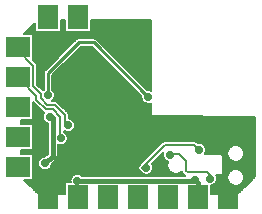
<source format=gbl>
G04 DipTrace 2.4.0.2*
%IN2dB-SBLE.gbl*%
%MOIN*%
%ADD13C,0.008*%
%ADD15C,0.015*%
%ADD16C,0.006*%
%ADD18C,0.01*%
%ADD23R,0.08X0.0669*%
%ADD24R,0.0669X0.08*%
%ADD32C,0.028*%
%ADD34C,0.028*%
%FSLAX44Y44*%
G04*
G70*
G90*
G75*
G01*
%LNBottom*%
%LPD*%
X6028Y4846D2*
D13*
Y4757D1*
X5897Y4887D1*
X5852D1*
X5242Y4277D1*
X4579D1*
X4455Y4401D1*
Y4507D1*
X4519Y4571D1*
X4714D1*
X4736Y4549D1*
X4593Y8669D2*
X5031Y9106D1*
X5438D1*
X5738Y9304D2*
Y9226D1*
X5520Y9008D1*
Y9024D1*
X5438Y9106D1*
X4709D1*
X4575Y9240D1*
X9478Y5989D2*
X10048D1*
X10812Y5226D1*
Y4951D1*
X10854Y4909D1*
X5738Y9304D2*
X6661D1*
X7414Y8550D1*
X10854Y4909D2*
Y4016D1*
X10813Y4056D1*
Y4949D1*
X10937Y3937D2*
X10854D1*
Y4909D1*
X7414Y8550D2*
X7455D1*
X7907Y8098D1*
Y9538D1*
X8219D1*
X8192Y9565D1*
D15*
Y9017D1*
X8117Y8942D1*
X9478Y5989D2*
X10855D1*
X10946Y5898D1*
Y6178D1*
X11051Y6283D1*
X10946Y5898D2*
X11463D1*
X11659Y5702D1*
Y5231D1*
X11665Y5225D1*
X6372Y5277D2*
Y5191D1*
X6028Y4846D1*
X6371Y6785D2*
X6312D1*
X5902Y7195D1*
Y7221D1*
X5592Y7530D1*
X7872Y6183D2*
X9284D1*
X9478Y5989D1*
X10332Y4547D2*
D13*
Y4651D1*
X10230Y4754D1*
X9579D1*
X9523Y4810D1*
Y5139D1*
X9284Y5378D1*
X8993D1*
Y5339D1*
X8199Y4911D2*
X8072D1*
X8824Y5663D1*
X9806D1*
X9963Y5506D1*
X4986Y6613D2*
D15*
X5019D1*
X5080Y6552D1*
Y5304D1*
X4830Y5054D1*
X4929Y7326D2*
D18*
Y8057D1*
X5957Y9086D1*
X6453D1*
X8269Y7270D1*
X5600Y6324D2*
D13*
X5496D1*
Y6659D1*
X5150Y7005D1*
X4908D1*
X4686Y7226D1*
Y7378D1*
X4439Y7625D1*
Y8312D1*
X3815Y8937D1*
X3937D1*
X5357Y5891D2*
X5342D1*
Y6609D1*
X5091Y6860D1*
X4849D1*
X4545Y7164D1*
Y7314D1*
X3922Y7937D1*
X3937D1*
X5910Y4480D2*
D15*
X9830D1*
Y4508D1*
X9937Y3937D2*
Y4400D1*
X9830Y4508D1*
D34*
X4575Y9240D3*
X5600Y6324D3*
X9478Y5989D3*
X7111Y9578D3*
X5357Y5891D3*
X7414Y8550D3*
X4929Y7326D3*
X8269Y7270D3*
X4986Y6613D3*
X4830Y5054D3*
X5592Y7530D3*
X6828Y7739D3*
X4702Y8175D3*
X4593Y8669D3*
X5438Y9106D3*
X5285Y8768D3*
X5738Y9304D3*
X4545Y4868D3*
X10854Y4909D3*
X5910Y4480D3*
X9830Y4508D3*
X8199Y4911D3*
X9963Y5506D3*
X6028Y4846D3*
X4736Y4549D3*
X5659Y8427D3*
X5902Y7195D3*
X8993Y5339D3*
X10332Y4547D3*
X4711Y5454D3*
X7677Y8270D3*
X8117Y8942D3*
X11051Y6283D3*
X11665Y5225D3*
X10946Y5898D3*
X8192Y9565D3*
X5369Y9791D2*
D16*
X5504D1*
X6370D2*
X8361D1*
X5369Y9733D2*
X5504D1*
X6370D2*
X8361D1*
X4448Y9674D2*
X4504D1*
X5369D2*
X5504D1*
X6370D2*
X8361D1*
X4390Y9616D2*
X4504D1*
X5369D2*
X5504D1*
X6370D2*
X8361D1*
X4332Y9557D2*
X4504D1*
X5369D2*
X5504D1*
X6370D2*
X8361D1*
X4273Y9498D2*
X4504D1*
X5369D2*
X5504D1*
X6370D2*
X8361D1*
X4215Y9440D2*
X8361D1*
X4156Y9381D2*
X8361D1*
X4435Y9323D2*
X8361D1*
X4435Y9264D2*
X8361D1*
X4435Y9206D2*
X5875D1*
X6535D2*
X8361D1*
X4435Y9147D2*
X5812D1*
X6599D2*
X8360D1*
X4435Y9089D2*
X5753D1*
X6657D2*
X8360D1*
X4435Y9030D2*
X5695D1*
X6716D2*
X8360D1*
X4435Y8972D2*
X5636D1*
X6775D2*
X8360D1*
X4435Y8913D2*
X5578D1*
X5992D2*
X6419D1*
X6833D2*
X8360D1*
X4435Y8855D2*
X5519D1*
X5933D2*
X6478D1*
X6892D2*
X8360D1*
X4435Y8796D2*
X5460D1*
X5874D2*
X6536D1*
X6950D2*
X8360D1*
X4435Y8738D2*
X5402D1*
X5816D2*
X6595D1*
X7009D2*
X8360D1*
X4435Y8679D2*
X5343D1*
X5757D2*
X6652D1*
X7067D2*
X8360D1*
X4435Y8620D2*
X5285D1*
X5700D2*
X6711D1*
X7125D2*
X8360D1*
X4435Y8562D2*
X5227D1*
X5641D2*
X6770D1*
X7184D2*
X8360D1*
X4441Y8503D2*
X5168D1*
X5582D2*
X6828D1*
X7242D2*
X8360D1*
X4500Y8445D2*
X5110D1*
X5524D2*
X6887D1*
X7301D2*
X8360D1*
X4555Y8386D2*
X5051D1*
X5465D2*
X6945D1*
X7360D2*
X8360D1*
X4577Y8328D2*
X4993D1*
X5407D2*
X7004D1*
X7418D2*
X8360D1*
X4577Y8269D2*
X4934D1*
X5348D2*
X7063D1*
X7477D2*
X8360D1*
X4577Y8211D2*
X4875D1*
X5289D2*
X7121D1*
X7535D2*
X8360D1*
X4577Y8152D2*
X4817D1*
X5231D2*
X7180D1*
X7594D2*
X8360D1*
X4577Y8094D2*
X4785D1*
X5172D2*
X7238D1*
X7653D2*
X8359D1*
X4577Y8035D2*
X4781D1*
X5114D2*
X7297D1*
X7711D2*
X8359D1*
X4577Y7977D2*
X4781D1*
X5077D2*
X7356D1*
X7770D2*
X8359D1*
X4577Y7918D2*
X4781D1*
X5077D2*
X7414D1*
X7828D2*
X8359D1*
X4577Y7860D2*
X4781D1*
X5077D2*
X7473D1*
X7887D2*
X8359D1*
X4577Y7801D2*
X4781D1*
X5077D2*
X7530D1*
X7945D2*
X8359D1*
X4577Y7743D2*
X4781D1*
X5077D2*
X7589D1*
X8003D2*
X8359D1*
X4577Y7684D2*
X4781D1*
X5077D2*
X7648D1*
X8062D2*
X8359D1*
X4632Y7625D2*
X4781D1*
X5077D2*
X7706D1*
X8120D2*
X8359D1*
X4690Y7567D2*
X4781D1*
X5077D2*
X7765D1*
X8179D2*
X8359D1*
X4749Y7508D2*
X4780D1*
X5078D2*
X7823D1*
X8238D2*
X8359D1*
X5131Y7450D2*
X7882D1*
X5157Y7391D2*
X7941D1*
X5167Y7333D2*
X7999D1*
X5161Y7274D2*
X8031D1*
X5139Y7216D2*
X8037D1*
X5095Y7157D2*
X8060D1*
X5249Y7099D2*
X8106D1*
X4435Y7040D2*
X4476D1*
X5308D2*
X8230D1*
X8307D2*
X8358D1*
X4435Y6982D2*
X4535D1*
X5366D2*
X8358D1*
X4435Y6923D2*
X4594D1*
X5425D2*
X8358D1*
X4435Y6865D2*
X4652D1*
X5483D2*
X8358D1*
X4435Y6806D2*
X4710D1*
X5541D2*
X8358D1*
X4435Y6748D2*
X4774D1*
X5599D2*
X8358D1*
X4435Y6689D2*
X4760D1*
X5630D2*
X8358D1*
X4435Y6630D2*
X4748D1*
X5634D2*
X8358D1*
X4435Y6572D2*
X4752D1*
X5634D2*
X11833D1*
X4435Y6513D2*
X4770D1*
X5740D2*
X11833D1*
X4034Y6455D2*
X4810D1*
X5797D2*
X11833D1*
X4034Y6396D2*
X4897D1*
X5826D2*
X11832D1*
X4435Y6338D2*
X4907D1*
X5837D2*
X11832D1*
X4435Y6279D2*
X4907D1*
X5833D2*
X11832D1*
X4435Y6221D2*
X4907D1*
X5814D2*
X11832D1*
X4435Y6162D2*
X4907D1*
X5772D2*
X11832D1*
X4435Y6104D2*
X4907D1*
X5481D2*
X5519D1*
X5680D2*
X11832D1*
X4435Y6045D2*
X4907D1*
X5537D2*
X11832D1*
X4435Y5987D2*
X4907D1*
X5574D2*
X11832D1*
X4435Y5928D2*
X4907D1*
X5592D2*
X11832D1*
X4435Y5870D2*
X4907D1*
X5595D2*
X11832D1*
X4435Y5811D2*
X4907D1*
X5581D2*
X11831D1*
X4435Y5753D2*
X4907D1*
X5550D2*
X8721D1*
X9909D2*
X11831D1*
X4435Y5694D2*
X4907D1*
X5486D2*
X8662D1*
X10105D2*
X11831D1*
X4435Y5635D2*
X4907D1*
X5253D2*
X8604D1*
X10162D2*
X11049D1*
X11320D2*
X11831D1*
X4435Y5577D2*
X4907D1*
X5253D2*
X8545D1*
X10190D2*
X10972D1*
X11396D2*
X11831D1*
X4435Y5518D2*
X4907D1*
X5253D2*
X8486D1*
X10201D2*
X10931D1*
X11437D2*
X11831D1*
X4035Y5460D2*
X4907D1*
X5253D2*
X8428D1*
X10196D2*
X10909D1*
X11460D2*
X11831D1*
X4035Y5401D2*
X4907D1*
X5253D2*
X8369D1*
X10176D2*
X10899D1*
X11469D2*
X11831D1*
X4435Y5343D2*
X4877D1*
X5253D2*
X8311D1*
X8696D2*
X8755D1*
X10756D2*
X10903D1*
X11466D2*
X11831D1*
X4435Y5284D2*
X4797D1*
X5252D2*
X8252D1*
X8638D2*
X8762D1*
X10756D2*
X10919D1*
X11449D2*
X11831D1*
X4435Y5226D2*
X4668D1*
X5234D2*
X8193D1*
X8579D2*
X8784D1*
X10756D2*
X10952D1*
X11417D2*
X11830D1*
X4435Y5167D2*
X4622D1*
X5186D2*
X8135D1*
X8521D2*
X8831D1*
X10756D2*
X11008D1*
X11360D2*
X11830D1*
X4435Y5109D2*
X4598D1*
X5127D2*
X8070D1*
X8463D2*
X8927D1*
X10756D2*
X11830D1*
X4435Y5050D2*
X4592D1*
X5069D2*
X8006D1*
X8404D2*
X8906D1*
X10756D2*
X11830D1*
X4435Y4992D2*
X4600D1*
X5060D2*
X7962D1*
X8422D2*
X8899D1*
X10756D2*
X11830D1*
X4435Y4933D2*
X4625D1*
X5035D2*
X7936D1*
X8435D2*
X8905D1*
X10756D2*
X11830D1*
X4435Y4875D2*
X4676D1*
X4984D2*
X7939D1*
X8434D2*
X8924D1*
X10756D2*
X11830D1*
X4435Y4816D2*
X7975D1*
X8417D2*
X8959D1*
X10756D2*
X11017D1*
X11352D2*
X11830D1*
X4435Y4758D2*
X8019D1*
X8378D2*
X9022D1*
X9347D2*
X9395D1*
X10756D2*
X10956D1*
X11413D2*
X11830D1*
X4435Y4699D2*
X5828D1*
X5991D2*
X8099D1*
X8298D2*
X9441D1*
X10756D2*
X10922D1*
X11446D2*
X11830D1*
X4435Y4640D2*
X5736D1*
X10550D2*
X10904D1*
X11464D2*
X11829D1*
X4435Y4582D2*
X5695D1*
X10568D2*
X10899D1*
X11470D2*
X11793D1*
X4435Y4523D2*
X5675D1*
X10569D2*
X10907D1*
X11462D2*
X11734D1*
X4183Y4465D2*
X5672D1*
X10555D2*
X10928D1*
X11441D2*
X11676D1*
X4242Y4406D2*
X5504D1*
X10523D2*
X10967D1*
X11402D2*
X11617D1*
X4300Y4348D2*
X5504D1*
X10458D2*
X11037D1*
X11332D2*
X11558D1*
X4358Y4289D2*
X5504D1*
X10370D2*
X11499D1*
X4416Y4231D2*
X5504D1*
X10370D2*
X11440D1*
X4474Y4172D2*
X5504D1*
X10370D2*
X11381D1*
X4532Y4114D2*
X5504D1*
X10370D2*
X11322D1*
X4590Y4055D2*
X5504D1*
X10370D2*
X11263D1*
X4132Y9364D2*
X4429D1*
X4428Y8510D1*
X4533Y8406D1*
X4551Y8382D1*
X4564Y8356D1*
X4571Y8325D1*
X4572Y8133D1*
Y7679D1*
X4764Y7487D1*
X4787Y7509D1*
Y8057D1*
X4790Y8087D1*
X4799Y8115D1*
X4810Y8136D1*
X4849Y8179D1*
X5857Y9186D1*
X5880Y9205D1*
X5907Y9219D1*
X5929Y9225D1*
X5987Y9228D1*
X6453D1*
X6483Y9225D1*
X6511Y9216D1*
X6532Y9204D1*
X6575Y9165D1*
X8239Y7501D1*
X8281Y7502D1*
X8311Y7499D1*
X8340Y7491D1*
X8365Y7481D1*
Y8053D1*
X8367Y9846D1*
X6363Y9847D1*
X6364Y9681D1*
Y9445D1*
X5510D1*
Y9848D1*
X5365Y9849D1*
X5364Y9592D1*
Y9445D1*
X4510D1*
Y9741D1*
X4132Y9363D1*
X4429Y7101D2*
Y6510D1*
X4028D1*
X4029Y6365D1*
X4429Y6364D1*
Y5510D1*
X4030D1*
Y5364D1*
X4429D1*
Y4510D1*
X4133D1*
X4615Y4024D1*
X5510Y4025D1*
Y4429D1*
X5683D1*
X5678Y4468D1*
Y4498D1*
X5682Y4527D1*
X5690Y4556D1*
X5702Y4584D1*
X5717Y4609D1*
X5735Y4633D1*
X5757Y4654D1*
X5780Y4672D1*
X5806Y4687D1*
X5834Y4699D1*
X5863Y4707D1*
X5892Y4711D1*
X5922D1*
X5952Y4708D1*
X5981Y4701D1*
X6009Y4690D1*
X6035Y4675D1*
X6070Y4647D1*
X9501D1*
X9485Y4660D1*
X9429Y4716D1*
X9410Y4740D1*
X9398Y4766D1*
X9391Y4797D1*
X9389Y4798D1*
X9367Y4777D1*
X9343Y4759D1*
X9318Y4743D1*
X9291Y4730D1*
X9263Y4720D1*
X9234Y4714D1*
X9204Y4710D1*
X9174Y4709D1*
X9144Y4712D1*
X9115Y4718D1*
X9086Y4727D1*
X9059Y4739D1*
X9033Y4754D1*
X9009Y4771D1*
X8987Y4791D1*
X8967Y4814D1*
X8949Y4838D1*
X8934Y4864D1*
X8923Y4891D1*
X8914Y4920D1*
X8908Y4949D1*
X8905Y4979D1*
X8906Y5009D1*
X8910Y5039D1*
X8917Y5068D1*
X8935Y5114D1*
X8884Y5134D1*
X8859Y5150D1*
X8835Y5169D1*
X8815Y5191D1*
X8797Y5215D1*
X8783Y5241D1*
X8772Y5269D1*
X8765Y5298D1*
X8761Y5328D1*
X8762Y5357D1*
X8766Y5387D1*
X8774Y5416D1*
X8782Y5434D1*
X8391Y5043D1*
X8416Y4993D1*
X8425Y4964D1*
X8430Y4935D1*
X8431Y4911D1*
X8429Y4882D1*
X8423Y4852D1*
X8414Y4824D1*
X8401Y4797D1*
X8384Y4772D1*
X8365Y4749D1*
X8343Y4729D1*
X8318Y4712D1*
X8292Y4699D1*
X8263Y4688D1*
X8234Y4682D1*
X8204Y4679D1*
X8175Y4680D1*
X8145Y4685D1*
X8117Y4694D1*
X8089Y4706D1*
X8064Y4722D1*
X8041Y4741D1*
X8020Y4763D1*
X8002Y4787D1*
X7989Y4808D1*
X7968Y4830D1*
X7953Y4855D1*
X7943Y4883D1*
X7940Y4913D1*
X7944Y4943D1*
X7954Y4971D1*
X7979Y5005D1*
X7993Y5019D1*
X8006Y5041D1*
X8024Y5065D1*
X8045Y5086D1*
X8069Y5104D1*
X8091Y5117D1*
X8731Y5757D1*
X8754Y5775D1*
X8781Y5788D1*
X8811Y5795D1*
X9004Y5796D1*
X9806D1*
X9835Y5792D1*
X9864Y5782D1*
X9890Y5766D1*
X9921Y5735D1*
X9975Y5738D1*
X10005Y5735D1*
X10034Y5727D1*
X10062Y5717D1*
X10088Y5702D1*
X10112Y5684D1*
X10134Y5664D1*
X10152Y5641D1*
X10168Y5615D1*
X10180Y5588D1*
X10189Y5559D1*
X10194Y5530D1*
X10195Y5506D1*
X10193Y5476D1*
X10187Y5447D1*
X10178Y5419D1*
X10165Y5392D1*
X10154Y5375D1*
X10751Y5376D1*
Y4665D1*
X10533D1*
X10550Y4629D1*
X10559Y4600D1*
X10563Y4570D1*
X10565Y4547D1*
X10563Y4517D1*
X10557Y4488D1*
X10548Y4459D1*
X10535Y4433D1*
X10518Y4408D1*
X10499Y4385D1*
X10476Y4365D1*
X10452Y4348D1*
X10425Y4334D1*
X10397Y4324D1*
X10363Y4317D1*
X10364Y4100D1*
Y4024D1*
X10467Y4025D1*
X11240Y4026D1*
X11655Y4439D1*
X11835Y4617D1*
X11838Y6604D1*
X8394Y6617D1*
X8369Y6632D1*
X8364Y6647D1*
Y7059D1*
X8334Y7047D1*
X8305Y7040D1*
X8275Y7038D1*
X8245Y7039D1*
X8216Y7044D1*
X8187Y7053D1*
X8160Y7065D1*
X8134Y7081D1*
X8111Y7100D1*
X8090Y7121D1*
X8073Y7146D1*
X8059Y7172D1*
X8048Y7200D1*
X8040Y7229D1*
X8037Y7258D1*
X8039Y7298D1*
X6433Y8904D1*
X6394Y8943D1*
X6016D1*
X5071Y7997D1*
Y7508D1*
X5100Y7483D1*
X5118Y7460D1*
X5134Y7434D1*
X5146Y7407D1*
X5155Y7378D1*
X5160Y7349D1*
X5161Y7326D1*
X5159Y7296D1*
X5153Y7266D1*
X5144Y7238D1*
X5131Y7211D1*
X5115Y7186D1*
X5095Y7163D1*
X5063Y7136D1*
X5150Y7137D1*
X5180Y7134D1*
X5208Y7124D1*
X5234Y7107D1*
X5370Y6971D1*
X5590Y6752D1*
X5608Y6729D1*
X5621Y6702D1*
X5628Y6672D1*
Y6555D1*
X5671Y6545D1*
X5698Y6534D1*
X5725Y6519D1*
X5749Y6502D1*
X5770Y6481D1*
X5789Y6458D1*
X5805Y6432D1*
X5817Y6405D1*
X5826Y6376D1*
X5831Y6347D1*
X5832Y6324D1*
X5830Y6294D1*
X5824Y6264D1*
X5815Y6236D1*
X5802Y6209D1*
X5785Y6184D1*
X5766Y6161D1*
X5744Y6141D1*
X5719Y6124D1*
X5693Y6111D1*
X5664Y6100D1*
X5635Y6094D1*
X5605Y6091D1*
X5576Y6092D1*
X5546Y6097D1*
X5518Y6106D1*
X5490Y6119D1*
X5474Y6129D1*
X5475Y6090D1*
X5506Y6069D1*
X5528Y6048D1*
X5547Y6025D1*
X5562Y6000D1*
X5575Y5972D1*
X5583Y5944D1*
X5588Y5914D1*
X5589Y5891D1*
X5588Y5861D1*
X5582Y5832D1*
X5572Y5803D1*
X5559Y5776D1*
X5543Y5751D1*
X5523Y5729D1*
X5501Y5709D1*
X5477Y5692D1*
X5450Y5678D1*
X5422Y5668D1*
X5393Y5661D1*
X5363Y5659D1*
X5333Y5660D1*
X5304Y5665D1*
X5275Y5674D1*
X5247Y5686D1*
Y5304D1*
X5244Y5274D1*
X5237Y5245D1*
X5224Y5218D1*
X5210Y5198D1*
X5092Y5079D1*
X5063Y5050D1*
X5055Y4994D1*
X5045Y4966D1*
X5032Y4939D1*
X5016Y4914D1*
X4996Y4891D1*
X4974Y4871D1*
X4949Y4854D1*
X4923Y4841D1*
X4895Y4830D1*
X4866Y4824D1*
X4836Y4821D1*
X4806Y4823D1*
X4776Y4828D1*
X4748Y4836D1*
X4721Y4849D1*
X4695Y4864D1*
X4672Y4883D1*
X4651Y4905D1*
X4634Y4929D1*
X4619Y4955D1*
X4609Y4983D1*
X4601Y5012D1*
X4598Y5042D1*
Y5072D1*
X4603Y5101D1*
X4611Y5130D1*
X4622Y5158D1*
X4637Y5184D1*
X4656Y5207D1*
X4677Y5228D1*
X4700Y5247D1*
X4726Y5262D1*
X4754Y5273D1*
X4783Y5281D1*
X4824Y5285D1*
X4913Y5374D1*
Y5603D1*
Y6393D1*
X4876Y6408D1*
X4851Y6424D1*
X4828Y6443D1*
X4807Y6465D1*
X4790Y6489D1*
X4775Y6515D1*
X4764Y6543D1*
X4757Y6572D1*
X4754Y6602D1*
Y6632D1*
X4758Y6661D1*
X4766Y6690D1*
X4778Y6718D1*
X4791Y6741D1*
X4765Y6758D1*
X4629Y6894D1*
X4452Y7070D1*
X4433Y7095D1*
X4440Y7084D1*
X11462Y5358D2*
X11457Y5329D1*
X11449Y5300D1*
X11438Y5272D1*
X11424Y5246D1*
X11408Y5221D1*
X11389Y5198D1*
X11367Y5177D1*
X11343Y5159D1*
X11318Y5143D1*
X11291Y5130D1*
X11263Y5120D1*
X11234Y5114D1*
X11204Y5110D1*
X11174Y5109D1*
X11144Y5112D1*
X11115Y5118D1*
X11086Y5127D1*
X11059Y5139D1*
X11033Y5154D1*
X11009Y5171D1*
X10987Y5191D1*
X10967Y5214D1*
X10949Y5238D1*
X10934Y5264D1*
X10923Y5291D1*
X10914Y5320D1*
X10908Y5349D1*
X10905Y5379D1*
X10906Y5409D1*
X10910Y5439D1*
X10917Y5468D1*
X10927Y5496D1*
X10940Y5523D1*
X10956Y5548D1*
X10974Y5572D1*
X10995Y5593D1*
X11018Y5612D1*
X11043Y5629D1*
X11069Y5643D1*
X11097Y5653D1*
X11126Y5661D1*
X11156Y5666D1*
X11185Y5667D1*
X11215Y5666D1*
X11245Y5661D1*
X11274Y5653D1*
X11301Y5642D1*
X11328Y5628D1*
X11353Y5611D1*
X11375Y5592D1*
X11396Y5570D1*
X11414Y5546D1*
X11430Y5521D1*
X11443Y5494D1*
X11453Y5466D1*
X11459Y5437D1*
X11464Y5388D1*
X11462Y5358D1*
Y4558D2*
X11457Y4529D1*
X11449Y4500D1*
X11438Y4472D1*
X11424Y4446D1*
X11408Y4421D1*
X11389Y4398D1*
X11367Y4377D1*
X11343Y4359D1*
X11318Y4343D1*
X11291Y4330D1*
X11263Y4320D1*
X11234Y4314D1*
X11204Y4310D1*
X11174Y4309D1*
X11144Y4312D1*
X11115Y4318D1*
X11086Y4327D1*
X11059Y4339D1*
X11033Y4354D1*
X11009Y4371D1*
X10987Y4391D1*
X10967Y4414D1*
X10949Y4438D1*
X10934Y4464D1*
X10923Y4491D1*
X10914Y4520D1*
X10908Y4549D1*
X10905Y4579D1*
X10906Y4609D1*
X10910Y4639D1*
X10917Y4668D1*
X10927Y4696D1*
X10940Y4723D1*
X10956Y4748D1*
X10974Y4772D1*
X10995Y4793D1*
X11018Y4812D1*
X11043Y4829D1*
X11069Y4843D1*
X11097Y4853D1*
X11126Y4861D1*
X11156Y4866D1*
X11185Y4867D1*
X11215Y4866D1*
X11245Y4861D1*
X11274Y4853D1*
X11301Y4842D1*
X11328Y4828D1*
X11353Y4811D1*
X11375Y4792D1*
X11396Y4770D1*
X11414Y4746D1*
X11430Y4721D1*
X11443Y4694D1*
X11453Y4666D1*
X11459Y4637D1*
X11464Y4588D1*
X11462Y4558D1*
D23*
X3937Y8937D3*
Y7937D3*
Y6937D3*
Y5937D3*
Y4937D3*
D24*
X4937Y9937D3*
X5937D3*
X6937Y3937D3*
X7937D3*
X8937D3*
X4937D3*
X5937D3*
X9937D3*
X10937D3*
D32*
X6372Y6183D3*
X6672D3*
X6972D3*
X7272D3*
X7572D3*
X7872D3*
X6372Y5881D3*
X6672D3*
X6972D3*
X7272D3*
X7572D3*
X7872D3*
X6374Y6483D3*
X6674D3*
X6974D3*
X7274D3*
X7574D3*
X7874D3*
X6372Y5579D3*
X6672D3*
X6972D3*
X7272D3*
X7572D3*
X7872D3*
X6372Y5277D3*
X6672D3*
X6972D3*
X7272D3*
X7572D3*
X7872D3*
X6371Y6785D3*
X6671D3*
X6971D3*
X7271D3*
X7571D3*
X7871D3*
M02*

</source>
